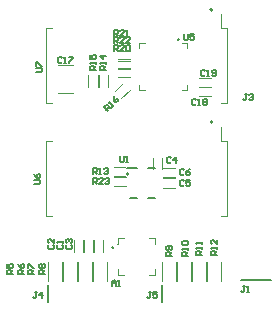
<source format=gto>
G04 Layer_Color=65535*
%FSAX24Y24*%
%MOIN*%
G70*
G01*
G75*
%ADD31C,0.0060*%
%ADD64C,0.0079*%
%ADD65C,0.0059*%
%ADD66C,0.0050*%
%ADD67C,0.0047*%
%ADD68C,0.0039*%
D31*
X004395Y003596D02*
X004619D01*
X004981D02*
X005205D01*
X004981Y004604D02*
X005205D01*
X004277D02*
X004619D01*
D64*
X007139Y009874D02*
G03*
X007139Y009874I-000039J000000D01*
G01*
Y006124D02*
G03*
X007139Y006124I-000039J000000D01*
G01*
D65*
X003838Y001945D02*
G03*
X003838Y001945I-000030J000000D01*
G01*
X006022Y008866D02*
G03*
X006022Y008866I-000030J000000D01*
G01*
D66*
X004325Y004400D02*
G03*
X004325Y004400I-000025J000000D01*
G01*
X001646Y000135D02*
Y000693D01*
X005446Y000135D02*
Y000693D01*
X008099Y000856D02*
X009099D01*
X004050Y005000D02*
Y004833D01*
X004083Y004800D01*
X004150D01*
X004183Y004833D01*
Y005000D01*
X004250Y004800D02*
X004317D01*
X004283D01*
Y005000D01*
X004250Y004967D01*
X001250Y007800D02*
X001417D01*
X001450Y007833D01*
Y007900D01*
X001417Y007933D01*
X001250D01*
Y008000D02*
Y008133D01*
X001283D01*
X001417Y008000D01*
X001450D01*
X001200Y004050D02*
X001367D01*
X001400Y004083D01*
Y004150D01*
X001367Y004183D01*
X001200D01*
Y004383D02*
X001233Y004317D01*
X001300Y004250D01*
X001367D01*
X001400Y004283D01*
Y004350D01*
X001367Y004383D01*
X001333D01*
X001300Y004350D01*
Y004250D01*
X003800Y000650D02*
Y000783D01*
X003867Y000850D01*
X003933Y000783D01*
Y000650D01*
Y000750D01*
X003800D01*
X004000Y000650D02*
X004067D01*
X004033D01*
Y000850D01*
X004000Y000817D01*
X003150Y004050D02*
Y004250D01*
X003250D01*
X003283Y004217D01*
Y004150D01*
X003250Y004117D01*
X003150D01*
X003217D02*
X003283Y004050D01*
X003483D02*
X003350D01*
X003483Y004183D01*
Y004217D01*
X003450Y004250D01*
X003383D01*
X003350Y004217D01*
X003550D02*
X003583Y004250D01*
X003650D01*
X003683Y004217D01*
Y004183D01*
X003650Y004150D01*
X003617D01*
X003650D01*
X003683Y004117D01*
Y004083D01*
X003650Y004050D01*
X003583D01*
X003550Y004083D01*
X003850Y008750D02*
Y008950D01*
X003950D01*
X003983Y008917D01*
Y008850D01*
X003950Y008817D01*
X003850D01*
X003917D02*
X003983Y008750D01*
X004183D02*
X004050D01*
X004183Y008883D01*
Y008917D01*
X004150Y008950D01*
X004083D01*
X004050Y008917D01*
X004383Y008750D02*
X004250D01*
X004383Y008883D01*
Y008917D01*
X004350Y008950D01*
X004283D01*
X004250Y008917D01*
X003850Y009000D02*
Y009200D01*
X003950D01*
X003983Y009167D01*
Y009100D01*
X003950Y009067D01*
X003850D01*
X003917D02*
X003983Y009000D01*
X004183D02*
X004050D01*
X004183Y009133D01*
Y009167D01*
X004150Y009200D01*
X004083D01*
X004050Y009167D01*
X004250Y009000D02*
X004317D01*
X004283D01*
Y009200D01*
X004250Y009167D01*
X003850Y008500D02*
Y008700D01*
X003950D01*
X003983Y008667D01*
Y008600D01*
X003950Y008567D01*
X003850D01*
X003917D02*
X003983Y008500D01*
X004183D02*
X004050D01*
X004183Y008633D01*
Y008667D01*
X004150Y008700D01*
X004083D01*
X004050Y008667D01*
X004250D02*
X004283Y008700D01*
X004350D01*
X004383Y008667D01*
Y008533D01*
X004350Y008500D01*
X004283D01*
X004250Y008533D01*
Y008667D01*
X003650Y006500D02*
X003509Y006641D01*
X003579Y006712D01*
X003626D01*
X003674Y006665D01*
X003674Y006618D01*
X003603Y006547D01*
X003650Y006594D02*
X003744D01*
X003791Y006641D02*
X003839Y006689D01*
X003815Y006665D01*
X003674Y006806D01*
X003674Y006759D01*
X003862Y006995D02*
X003839Y006924D01*
Y006830D01*
X003886Y006783D01*
X003933D01*
X003980Y006830D01*
X003980Y006877D01*
X003956Y006901D01*
X003909Y006901D01*
X003839Y006830D01*
X003250Y007850D02*
X003050D01*
Y007950D01*
X003083Y007983D01*
X003150D01*
X003183Y007950D01*
Y007850D01*
Y007917D02*
X003250Y007983D01*
Y008050D02*
Y008117D01*
Y008083D01*
X003050D01*
X003083Y008050D01*
X003050Y008350D02*
Y008217D01*
X003150D01*
X003117Y008283D01*
Y008317D01*
X003150Y008350D01*
X003217D01*
X003250Y008317D01*
Y008250D01*
X003217Y008217D01*
X003600Y007850D02*
X003400D01*
Y007950D01*
X003433Y007983D01*
X003500D01*
X003533Y007950D01*
Y007850D01*
Y007917D02*
X003600Y007983D01*
Y008050D02*
Y008117D01*
Y008083D01*
X003400D01*
X003433Y008050D01*
X003600Y008317D02*
X003400D01*
X003500Y008217D01*
Y008350D01*
X003169Y004393D02*
Y004593D01*
X003269D01*
X003302Y004559D01*
Y004493D01*
X003269Y004459D01*
X003169D01*
X003235D02*
X003302Y004393D01*
X003369D02*
X003435D01*
X003402D01*
Y004593D01*
X003369Y004559D01*
X003535D02*
X003568Y004593D01*
X003635D01*
X003668Y004559D01*
Y004526D01*
X003635Y004493D01*
X003602D01*
X003635D01*
X003668Y004459D01*
Y004426D01*
X003635Y004393D01*
X003568D01*
X003535Y004426D01*
X007300Y001700D02*
X007100D01*
Y001800D01*
X007133Y001833D01*
X007200D01*
X007233Y001800D01*
Y001700D01*
Y001767D02*
X007300Y001833D01*
Y001900D02*
Y001967D01*
Y001933D01*
X007100D01*
X007133Y001900D01*
X007300Y002200D02*
Y002067D01*
X007167Y002200D01*
X007133D01*
X007100Y002167D01*
Y002100D01*
X007133Y002067D01*
X006800Y001700D02*
X006600D01*
Y001800D01*
X006633Y001833D01*
X006700D01*
X006733Y001800D01*
Y001700D01*
Y001767D02*
X006800Y001833D01*
Y001900D02*
Y001967D01*
Y001933D01*
X006600D01*
X006633Y001900D01*
X006800Y002067D02*
Y002133D01*
Y002100D01*
X006600D01*
X006633Y002067D01*
X006307Y001677D02*
X006107D01*
Y001777D01*
X006140Y001810D01*
X006207D01*
X006240Y001777D01*
Y001677D01*
Y001743D02*
X006307Y001810D01*
Y001877D02*
Y001943D01*
Y001910D01*
X006107D01*
X006140Y001877D01*
Y002043D02*
X006107Y002077D01*
Y002143D01*
X006140Y002176D01*
X006273D01*
X006307Y002143D01*
Y002077D01*
X006273Y002043D01*
X006140D01*
X005800Y001650D02*
X005600D01*
Y001750D01*
X005633Y001783D01*
X005700D01*
X005733Y001750D01*
Y001650D01*
Y001717D02*
X005800Y001783D01*
X005767Y001850D02*
X005800Y001883D01*
Y001950D01*
X005767Y001983D01*
X005633D01*
X005600Y001950D01*
Y001883D01*
X005633Y001850D01*
X005667D01*
X005700Y001883D01*
Y001983D01*
X001550Y001050D02*
X001350D01*
Y001150D01*
X001383Y001183D01*
X001450D01*
X001483Y001150D01*
Y001050D01*
Y001117D02*
X001550Y001183D01*
X001383Y001250D02*
X001350Y001283D01*
Y001350D01*
X001383Y001383D01*
X001417D01*
X001450Y001350D01*
X001483Y001383D01*
X001517D01*
X001550Y001350D01*
Y001283D01*
X001517Y001250D01*
X001483D01*
X001450Y001283D01*
X001417Y001250D01*
X001383D01*
X001450Y001283D02*
Y001350D01*
X001200Y001050D02*
X001000D01*
Y001150D01*
X001033Y001183D01*
X001100D01*
X001133Y001150D01*
Y001050D01*
Y001117D02*
X001200Y001183D01*
X001000Y001250D02*
Y001383D01*
X001033D01*
X001167Y001250D01*
X001200D01*
X000850Y001050D02*
X000650D01*
Y001150D01*
X000683Y001183D01*
X000750D01*
X000783Y001150D01*
Y001050D01*
Y001117D02*
X000850Y001183D01*
X000650Y001383D02*
X000683Y001317D01*
X000750Y001250D01*
X000817D01*
X000850Y001283D01*
Y001350D01*
X000817Y001383D01*
X000783D01*
X000750Y001350D01*
Y001250D01*
X000500Y001050D02*
X000300D01*
Y001150D01*
X000333Y001183D01*
X000400D01*
X000433Y001150D01*
Y001050D01*
Y001117D02*
X000500Y001183D01*
X000300Y001383D02*
Y001250D01*
X000400D01*
X000367Y001317D01*
Y001350D01*
X000400Y001383D01*
X000467D01*
X000500Y001350D01*
Y001283D01*
X000467Y001250D01*
X008283Y007050D02*
X008217D01*
X008250D01*
Y006883D01*
X008217Y006850D01*
X008183D01*
X008150Y006883D01*
X008350Y007017D02*
X008383Y007050D01*
X008450D01*
X008483Y007017D01*
Y006983D01*
X008450Y006950D01*
X008417D01*
X008450D01*
X008483Y006917D01*
Y006883D01*
X008450Y006850D01*
X008383D01*
X008350Y006883D01*
X001983Y002033D02*
X001950Y002000D01*
Y001933D01*
X001983Y001900D01*
X002117D01*
X002150Y001933D01*
Y002000D01*
X002117Y002033D01*
X002150Y002100D02*
Y002167D01*
Y002133D01*
X001950D01*
X001983Y002100D01*
X001683Y002033D02*
X001650Y002000D01*
Y001933D01*
X001683Y001900D01*
X001817D01*
X001850Y001933D01*
Y002000D01*
X001817Y002033D01*
X001850Y002233D02*
Y002100D01*
X001717Y002233D01*
X001683D01*
X001650Y002200D01*
Y002133D01*
X001683Y002100D01*
X002283Y002033D02*
X002250Y002000D01*
Y001933D01*
X002283Y001900D01*
X002417D01*
X002450Y001933D01*
Y002000D01*
X002417Y002033D01*
X002283Y002100D02*
X002250Y002133D01*
Y002200D01*
X002283Y002233D01*
X002317D01*
X002350Y002200D01*
Y002167D01*
Y002200D01*
X002383Y002233D01*
X002417D01*
X002450Y002200D01*
Y002133D01*
X002417Y002100D01*
X005762Y004945D02*
X005729Y004979D01*
X005662D01*
X005629Y004945D01*
Y004812D01*
X005662Y004779D01*
X005729D01*
X005762Y004812D01*
X005929Y004779D02*
Y004979D01*
X005829Y004879D01*
X005962D01*
X006183Y004167D02*
X006150Y004200D01*
X006083D01*
X006050Y004167D01*
Y004033D01*
X006083Y004000D01*
X006150D01*
X006183Y004033D01*
X006383Y004200D02*
X006250D01*
Y004100D01*
X006317Y004133D01*
X006350D01*
X006383Y004100D01*
Y004033D01*
X006350Y004000D01*
X006283D01*
X006250Y004033D01*
X006183Y004517D02*
X006150Y004550D01*
X006083D01*
X006050Y004517D01*
Y004383D01*
X006083Y004350D01*
X006150D01*
X006183Y004383D01*
X006383Y004550D02*
X006317Y004517D01*
X006250Y004450D01*
Y004383D01*
X006283Y004350D01*
X006350D01*
X006383Y004383D01*
Y004417D01*
X006350Y004450D01*
X006250D01*
X002133Y008267D02*
X002100Y008300D01*
X002033D01*
X002000Y008267D01*
Y008133D01*
X002033Y008100D01*
X002100D01*
X002133Y008133D01*
X002200Y008100D02*
X002267D01*
X002233D01*
Y008300D01*
X002200Y008267D01*
X002367Y008300D02*
X002500D01*
Y008267D01*
X002367Y008133D01*
Y008100D01*
X006583Y006867D02*
X006550Y006900D01*
X006483D01*
X006450Y006867D01*
Y006733D01*
X006483Y006700D01*
X006550D01*
X006583Y006733D01*
X006650Y006700D02*
X006717D01*
X006683D01*
Y006900D01*
X006650Y006867D01*
X006817D02*
X006850Y006900D01*
X006917D01*
X006950Y006867D01*
Y006833D01*
X006917Y006800D01*
X006950Y006767D01*
Y006733D01*
X006917Y006700D01*
X006850D01*
X006817Y006733D01*
Y006767D01*
X006850Y006800D01*
X006817Y006833D01*
Y006867D01*
X006850Y006800D02*
X006917D01*
X006883Y007817D02*
X006850Y007850D01*
X006783D01*
X006750Y007817D01*
Y007683D01*
X006783Y007650D01*
X006850D01*
X006883Y007683D01*
X006950Y007650D02*
X007017D01*
X006983D01*
Y007850D01*
X006950Y007817D01*
X007117Y007683D02*
X007150Y007650D01*
X007217D01*
X007250Y007683D01*
Y007817D01*
X007217Y007850D01*
X007150D01*
X007117Y007817D01*
Y007783D01*
X007150Y007750D01*
X007250D01*
X008233Y000650D02*
X008167D01*
X008200D01*
Y000483D01*
X008167Y000450D01*
X008133D01*
X008100Y000483D01*
X008300Y000450D02*
X008367D01*
X008333D01*
Y000650D01*
X008300Y000617D01*
X006200Y009050D02*
Y008883D01*
X006233Y008850D01*
X006300D01*
X006333Y008883D01*
Y009050D01*
X006533D02*
X006400D01*
Y008950D01*
X006467Y008983D01*
X006500D01*
X006533Y008950D01*
Y008883D01*
X006500Y008850D01*
X006433D01*
X006400Y008883D01*
X001283Y000450D02*
X001217D01*
X001250D01*
Y000283D01*
X001217Y000250D01*
X001183D01*
X001150Y000283D01*
X001450Y000250D02*
Y000450D01*
X001350Y000350D01*
X001483D01*
X005083Y000450D02*
X005017D01*
X005050D01*
Y000283D01*
X005017Y000250D01*
X004983D01*
X004950Y000283D01*
X005283Y000450D02*
X005150D01*
Y000350D01*
X005217Y000383D01*
X005250D01*
X005283Y000350D01*
Y000283D01*
X005250Y000250D01*
X005183D01*
X005150Y000283D01*
D67*
X001572Y006748D02*
X001781D01*
X001572D02*
Y009252D01*
X001781D01*
X007419Y006748D02*
X007628D01*
Y009252D01*
X007419D02*
X007628D01*
X007419D02*
Y009724D01*
X001572Y002998D02*
X001781D01*
X001572D02*
Y005502D01*
X001781D01*
X007419Y002998D02*
X007628D01*
Y005502D01*
X007419D02*
X007628D01*
X007419D02*
Y005974D01*
D68*
X002132Y000839D02*
Y001461D01*
X001668Y000839D02*
Y001461D01*
X002168Y000839D02*
Y001461D01*
X002632Y000839D02*
Y001461D01*
X003132Y000839D02*
Y001461D01*
X002668Y000839D02*
Y001461D01*
X003168Y000839D02*
Y001461D01*
X003632Y000839D02*
Y001461D01*
X002830Y001792D02*
Y002186D01*
X002515Y001792D02*
Y002186D01*
X003180Y001792D02*
Y002186D01*
X002865Y001792D02*
Y002186D01*
X003480Y001792D02*
Y002186D01*
X003165Y001792D02*
Y002186D01*
X005932Y000839D02*
Y001461D01*
X005468Y000839D02*
Y001461D01*
X005968Y000839D02*
Y001461D01*
X006432Y000839D02*
Y001461D01*
X006932Y000839D02*
Y001461D01*
X006468Y000839D02*
Y001461D01*
X006968Y000839D02*
Y001461D01*
X007432Y000839D02*
Y001461D01*
X003946Y002056D02*
X003990D01*
Y002260D01*
X004194Y002260D01*
X003990Y001040D02*
Y001244D01*
Y001040D02*
X004194Y001040D01*
X005210Y001040D02*
Y001244D01*
X005006Y001040D02*
X005210Y001040D01*
Y002056D02*
Y002260D01*
X005006Y002260D02*
X005210Y002260D01*
X003843Y004631D02*
X004236D01*
X003843Y004317D02*
X004236D01*
X003853Y003993D02*
X004247D01*
X003853Y004307D02*
X004247D01*
X005143Y004553D02*
Y004947D01*
X005457Y004553D02*
Y004947D01*
X005503Y004607D02*
X005897D01*
X005503Y004293D02*
X005897D01*
X005503Y004257D02*
X005897D01*
X005503Y003943D02*
X005897D01*
X006679Y007304D02*
X007073D01*
X006679Y006989D02*
X007073D01*
X006679Y007604D02*
X007073D01*
X006679Y007289D02*
X007073D01*
X002002Y008015D02*
X002498D01*
X002002Y007085D02*
X002498D01*
X002993Y007303D02*
Y007697D01*
X003307Y007303D02*
Y007697D01*
X003343Y007303D02*
Y007697D01*
X003657Y007303D02*
Y007697D01*
X004003Y008487D02*
X004397D01*
X004003Y008173D02*
X004397D01*
X004003Y007903D02*
X004397D01*
X004003Y008217D02*
X004397D01*
X004003Y007633D02*
X004397D01*
X004003Y007947D02*
X004397D01*
X003874Y007152D02*
X004152Y007431D01*
X004096Y006929D02*
X004375Y007208D01*
X006118Y008779D02*
X006299D01*
Y008598D02*
Y008779D01*
X004701D02*
X004882D01*
X004701Y008598D02*
Y008779D01*
Y007181D02*
X004882D01*
X004701D02*
Y007362D01*
X006118Y007181D02*
X006299D01*
Y007362D01*
M02*

</source>
